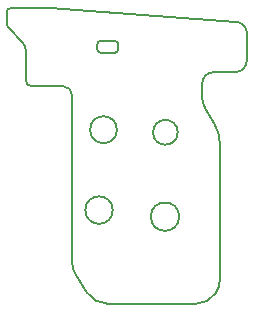
<source format=gbr>
G04 #@! TF.GenerationSoftware,KiCad,Pcbnew,8.0.0-rc2*
G04 #@! TF.CreationDate,2024-03-13T16:32:28-04:00*
G04 #@! TF.ProjectId,nandFlex,6e616e64-466c-4657-982e-6b696361645f,3*
G04 #@! TF.SameCoordinates,Original*
G04 #@! TF.FileFunction,Profile,NP*
%FSLAX46Y46*%
G04 Gerber Fmt 4.6, Leading zero omitted, Abs format (unit mm)*
G04 Created by KiCad (PCBNEW 8.0.0-rc2) date 2024-03-13 16:32:28*
%MOMM*%
%LPD*%
G01*
G04 APERTURE LIST*
G04 #@! TA.AperFunction,Profile*
%ADD10C,0.150000*%
G04 #@! TD*
G04 APERTURE END LIST*
D10*
X214490110Y-68578324D02*
X214490110Y-71124110D01*
X222342839Y-68074388D02*
X222342839Y-68474388D01*
X232293539Y-66151950D02*
G75*
G02*
X233218469Y-67149133I-75039J-997150D01*
G01*
X218730849Y-87585091D02*
G75*
G02*
X218412799Y-86504635I1681751J1082091D01*
G01*
X229418529Y-71421530D02*
G75*
G02*
X230418529Y-70421529I999971J30D01*
G01*
X232293539Y-66151950D02*
X217674633Y-65052282D01*
X227479545Y-82655501D02*
G75*
G02*
X225079545Y-82655501I-1200000J0D01*
G01*
X225079545Y-82655501D02*
G75*
G02*
X227479545Y-82655501I1200000J0D01*
G01*
X220842839Y-68774388D02*
G75*
G02*
X220542812Y-68474388I-39J299988D01*
G01*
X230568204Y-89144815D02*
X230578242Y-89130023D01*
X214197217Y-67871217D02*
G75*
G02*
X214490090Y-68578324I-707117J-707083D01*
G01*
X233218529Y-67149133D02*
X233218529Y-69421530D01*
X222042839Y-68774388D02*
X220842839Y-68774388D01*
X220842839Y-67774388D02*
X222042839Y-67774388D01*
X222210559Y-75296674D02*
G75*
G02*
X219938877Y-75296674I-1135841J0D01*
G01*
X219938877Y-75296674D02*
G75*
G02*
X222210559Y-75296674I1135841J0D01*
G01*
X233218529Y-69421530D02*
G75*
G02*
X232218529Y-70421529I-1000029J30D01*
G01*
X216924529Y-65024110D02*
X213150110Y-65024110D01*
X222342839Y-68474388D02*
G75*
G02*
X222042839Y-68774339I-299939J-12D01*
G01*
X230923291Y-88007020D02*
X230923291Y-76427070D01*
X213046556Y-66720556D02*
G75*
G02*
X212900105Y-66367003I353544J353556D01*
G01*
X213046556Y-66720556D02*
X214197217Y-67871217D01*
X229687532Y-73486326D02*
X230519787Y-74924336D01*
X228913786Y-90021813D02*
X221391861Y-90023819D01*
X217700706Y-71624110D02*
X214990110Y-71624110D01*
X214990110Y-71624110D02*
G75*
G02*
X214490090Y-71124110I-10J500010D01*
G01*
X217700706Y-71624110D02*
G75*
G02*
X218400690Y-72323513I-6J-699990D01*
G01*
X220542839Y-68474388D02*
X220542839Y-68074388D01*
X222042839Y-67774388D02*
G75*
G02*
X222342812Y-68074388I-39J-300012D01*
G01*
X220542839Y-68074388D02*
G75*
G02*
X220842839Y-67774339I300061J-12D01*
G01*
X216924529Y-65024110D02*
G75*
G02*
X217674633Y-65052279I171J-9996590D01*
G01*
X212900110Y-65274110D02*
X212900110Y-66367003D01*
X230519787Y-74924336D02*
G75*
G02*
X230923284Y-76427070I-2596287J-1502664D01*
G01*
X218400706Y-72323513D02*
X218412791Y-86504635D01*
X230418529Y-70421530D02*
X232218529Y-70421530D01*
X229687533Y-73486326D02*
G75*
G02*
X229418511Y-72484503I1730867J1001826D01*
G01*
X230568204Y-89144815D02*
G75*
G02*
X228913786Y-90021850I-1655004J1123015D01*
G01*
X229418529Y-72484503D02*
X229418529Y-71421530D01*
X227358030Y-75515134D02*
G75*
G02*
X225262744Y-75515134I-1047643J0D01*
G01*
X225262744Y-75515134D02*
G75*
G02*
X227358030Y-75515134I1047643J0D01*
G01*
X230923291Y-88007020D02*
G75*
G02*
X230578246Y-89130026I-2000091J20D01*
G01*
X221391861Y-90023819D02*
G75*
G02*
X219709359Y-89105997I-561J2000019D01*
G01*
X221855598Y-82099325D02*
G75*
G02*
X219538140Y-82099325I-1158729J0D01*
G01*
X219538140Y-82099325D02*
G75*
G02*
X221855598Y-82099325I1158729J0D01*
G01*
X219709386Y-89105979D02*
X218730848Y-87585091D01*
X212900110Y-65274110D02*
G75*
G02*
X213150110Y-65024110I249990J10D01*
G01*
M02*

</source>
